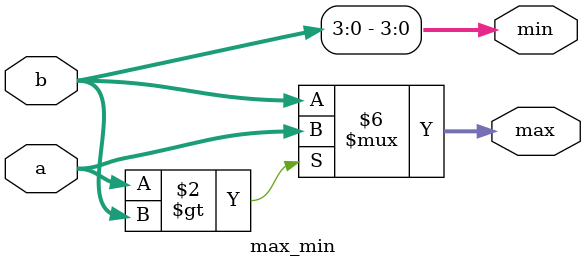
<source format=sv>
/* -----------------------------------------------------------------------------
* Project Name   : Architectures of Processor Systems (APS) lab work
* Organization   : National Research University of Electronic Technology (MIET)
* Department     : Institute of Microdevices and Control Systems
* Author(s)      : Andrei Solodovnikov
* Email(s)       : hepoh@org.miet.ru

See https://github.com/MPSU/APS/blob/master/LICENSE file for licensing details.
* ------------------------------------------------------------------------------
*/
module max_min(
  input  logic [31:0] a,
  input  logic [31:0] b,
  output logic [31:0] max,
  output logic [ 3:0] min
);

  always_comb begin
    if(a > b) begin
      max = a;
      min = b;
    end
    else begin
      max = b;
      min = b;
    end
  end

endmodule
</source>
